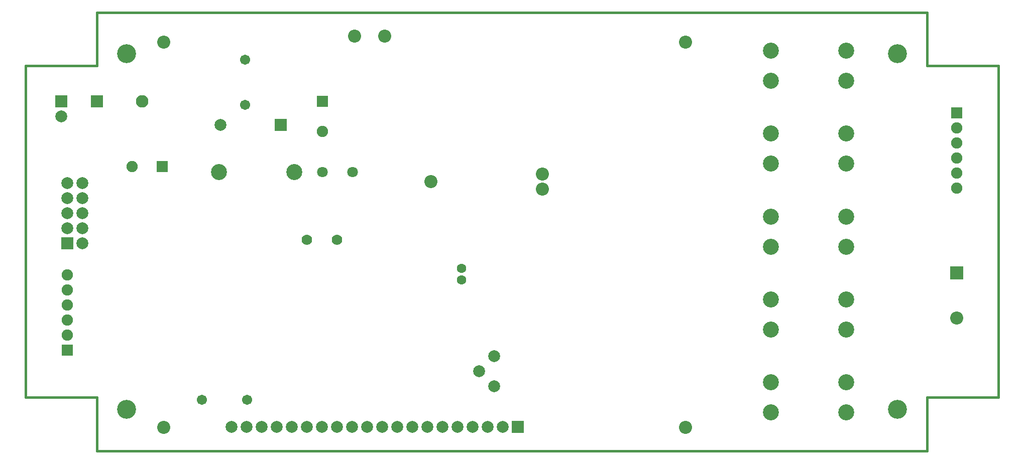
<source format=gts>
%FSLAX43Y43*%
%MOMM*%
G71*
G01*
G75*
G04 Layer_Color=8388736*
%ADD10C,0.348*%
%ADD11C,0.599*%
%ADD12C,0.350*%
%ADD13C,0.600*%
%ADD14C,2.000*%
%ADD15C,2.500*%
%ADD16C,1.800*%
%ADD17R,1.800X1.800*%
%ADD18C,3.000*%
%ADD19R,1.700X1.700*%
%ADD20C,1.700*%
%ADD21C,1.600*%
%ADD22R,1.900X1.900*%
%ADD23C,1.900*%
%ADD24R,1.700X1.700*%
%ADD25R,1.800X1.800*%
%ADD26R,2.000X2.000*%
%ADD27C,1.500*%
%ADD28C,1.400*%
%ADD29C,1.575*%
%ADD30C,1.100*%
%ADD31C,1.100*%
%ADD32R,1.600X1.300*%
%ADD33R,1.300X1.600*%
%ADD34R,1.600X1.200*%
%ADD35O,0.750X2.500*%
%ADD36R,0.750X2.500*%
%ADD37O,2.500X0.750*%
%ADD38R,2.500X0.750*%
%ADD39R,0.500X1.500*%
%ADD40R,1.500X0.500*%
%ADD41O,0.500X1.500*%
%ADD42O,2.000X0.750*%
%ADD43R,2.000X0.750*%
%ADD44C,0.381*%
%ADD45C,0.500*%
%ADD46C,0.254*%
%ADD47C,0.127*%
%ADD48C,0.420*%
%ADD49C,2.203*%
%ADD50C,2.703*%
%ADD51C,2.003*%
%ADD52R,2.003X2.003*%
%ADD53C,3.203*%
%ADD54R,1.903X1.903*%
%ADD55C,1.903*%
%ADD56C,1.803*%
%ADD57R,2.103X2.103*%
%ADD58C,2.103*%
%ADD59R,1.903X1.903*%
%ADD60R,2.003X2.003*%
%ADD61R,2.203X2.203*%
%ADD62C,1.703*%
%ADD63C,1.603*%
%ADD64C,1.778*%
D48*
X-5000Y58000D02*
Y67000D01*
X-17000Y58000D02*
X-5000D01*
X-17000Y2000D02*
Y58000D01*
Y2000D02*
X-5000D01*
Y-7000D02*
Y2000D01*
Y-7000D02*
X135000D01*
Y2000D01*
X147000D01*
Y58000D01*
X135000D02*
X147000D01*
X135000D02*
Y67000D01*
X-5000D02*
X135000D01*
D49*
X6240Y-3040D02*
D03*
X94240D02*
D03*
X6240Y61960D02*
D03*
X94240D02*
D03*
X70100Y37130D02*
D03*
X70100Y39670D02*
D03*
X51300Y38400D02*
D03*
X140000Y15380D02*
D03*
X43540Y63000D02*
D03*
X38460D02*
D03*
D50*
X108650Y41460D02*
D03*
X121350D02*
D03*
X108650Y27460D02*
D03*
X121350Y27460D02*
D03*
X108650Y13460D02*
D03*
X121350Y13460D02*
D03*
X108650Y-540D02*
D03*
X121350Y-540D02*
D03*
X108650Y46540D02*
D03*
X121350Y46540D02*
D03*
X108650Y32540D02*
D03*
X121350D02*
D03*
X108650Y18540D02*
D03*
X121350D02*
D03*
X108650Y4540D02*
D03*
X121350D02*
D03*
X28300Y40000D02*
D03*
X15600D02*
D03*
X121350Y60540D02*
D03*
X108650Y60540D02*
D03*
X121350Y55460D02*
D03*
X108650D02*
D03*
D51*
X30440Y-3000D02*
D03*
X27900D02*
D03*
X50760D02*
D03*
X48220D02*
D03*
X45680D02*
D03*
X43140D02*
D03*
X40600D02*
D03*
X38060D02*
D03*
X35520D02*
D03*
X32980D02*
D03*
X58380D02*
D03*
X53300D02*
D03*
X17740D02*
D03*
X20280D02*
D03*
X25360D02*
D03*
X55840D02*
D03*
X63460D02*
D03*
X22820D02*
D03*
X60920D02*
D03*
X62000Y9000D02*
D03*
X59460Y6460D02*
D03*
X62000Y3920D02*
D03*
X15840Y48000D02*
D03*
X-11000Y49460D02*
D03*
X-7460Y33080D02*
D03*
X-10000Y33080D02*
D03*
X-7460Y28000D02*
D03*
Y35620D02*
D03*
X-10000D02*
D03*
X-7460Y30540D02*
D03*
X-10000D02*
D03*
X-10000Y38160D02*
D03*
X-7460Y38160D02*
D03*
D52*
X66000Y-3000D02*
D03*
X26000Y48000D02*
D03*
D53*
X0Y0D02*
D03*
Y60000D02*
D03*
X130000D02*
D03*
Y0D02*
D03*
D54*
X6000Y41000D02*
D03*
D55*
X920D02*
D03*
X140000Y47460D02*
D03*
X140000Y44920D02*
D03*
Y42380D02*
D03*
Y39840D02*
D03*
Y37300D02*
D03*
X-10000Y15080D02*
D03*
Y20160D02*
D03*
Y17620D02*
D03*
Y12540D02*
D03*
Y22700D02*
D03*
X33000Y46920D02*
D03*
D56*
Y40000D02*
D03*
X38080D02*
D03*
D57*
X-5000Y52000D02*
D03*
D58*
X2620Y52000D02*
D03*
D59*
X140000Y50000D02*
D03*
X-10000Y10000D02*
D03*
X33000Y52000D02*
D03*
D60*
X-11000Y52000D02*
D03*
X-10000Y28000D02*
D03*
D61*
X140000Y23000D02*
D03*
D62*
X20000Y59000D02*
D03*
X20000Y51380D02*
D03*
X12700Y1600D02*
D03*
X20320D02*
D03*
D63*
X56500Y21800D02*
D03*
Y23800D02*
D03*
D64*
X35480Y28600D02*
D03*
X30400D02*
D03*
M02*

</source>
